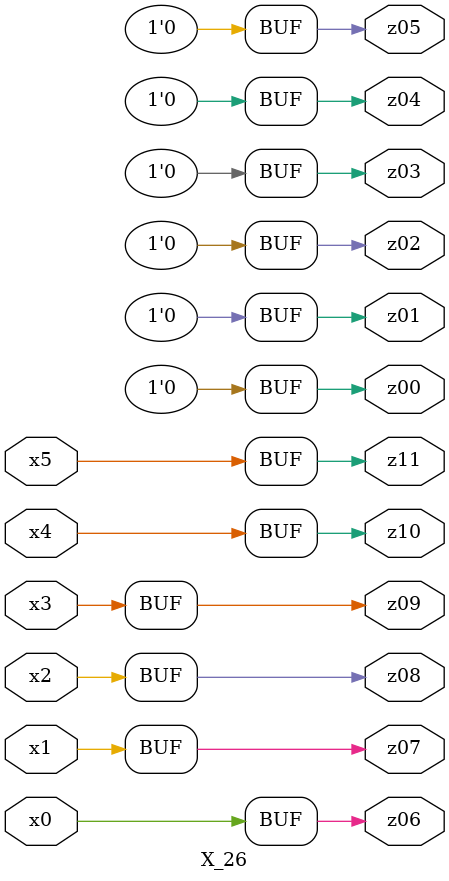
<source format=v>

module X_26 ( 
    x0, x1, x2, x3, x4, x5,
    z00, z01, z02, z03, z04, z05, z06, z07, z08, z09, z10, z11  );
  input  x0, x1, x2, x3, x4, x5;
  output z00, z01, z02, z03, z04, z05, z06, z07, z08, z09, z10, z11;
  assign z00 = 1'b0;
  assign z01 = 1'b0;
  assign z02 = 1'b0;
  assign z03 = 1'b0;
  assign z04 = 1'b0;
  assign z05 = 1'b0;
  assign z06 = x0;
  assign z07 = x1;
  assign z08 = x2;
  assign z09 = x3;
  assign z10 = x4;
  assign z11 = x5;
endmodule



</source>
